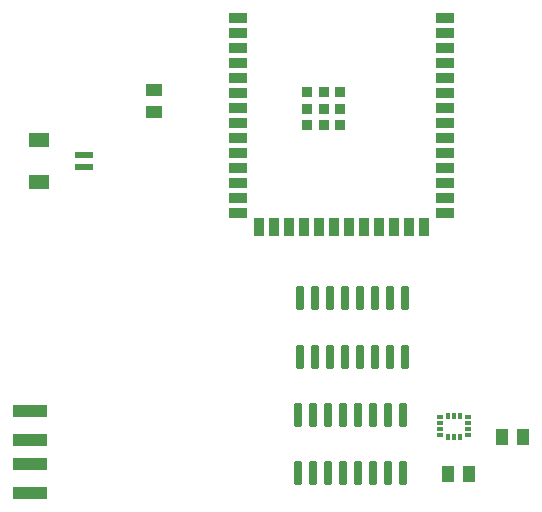
<source format=gtp>
G04 #@! TF.GenerationSoftware,KiCad,Pcbnew,7.0.10*
G04 #@! TF.CreationDate,2024-03-13T20:36:13-05:00*
G04 #@! TF.ProjectId,445_Left_Bicep,3434355f-4c65-4667-945f-42696365702e,rev?*
G04 #@! TF.SameCoordinates,Original*
G04 #@! TF.FileFunction,Paste,Top*
G04 #@! TF.FilePolarity,Positive*
%FSLAX46Y46*%
G04 Gerber Fmt 4.6, Leading zero omitted, Abs format (unit mm)*
G04 Created by KiCad (PCBNEW 7.0.10) date 2024-03-13 20:36:13*
%MOMM*%
%LPD*%
G01*
G04 APERTURE LIST*
G04 Aperture macros list*
%AMRoundRect*
0 Rectangle with rounded corners*
0 $1 Rounding radius*
0 $2 $3 $4 $5 $6 $7 $8 $9 X,Y pos of 4 corners*
0 Add a 4 corners polygon primitive as box body*
4,1,4,$2,$3,$4,$5,$6,$7,$8,$9,$2,$3,0*
0 Add four circle primitives for the rounded corners*
1,1,$1+$1,$2,$3*
1,1,$1+$1,$4,$5*
1,1,$1+$1,$6,$7*
1,1,$1+$1,$8,$9*
0 Add four rect primitives between the rounded corners*
20,1,$1+$1,$2,$3,$4,$5,0*
20,1,$1+$1,$4,$5,$6,$7,0*
20,1,$1+$1,$6,$7,$8,$9,0*
20,1,$1+$1,$8,$9,$2,$3,0*%
G04 Aperture macros list end*
%ADD10R,1.500000X0.900000*%
%ADD11R,0.900000X1.500000*%
%ADD12R,0.900000X0.900000*%
%ADD13R,1.550000X0.600000*%
%ADD14R,1.800000X1.200000*%
%ADD15RoundRect,0.042000X0.258000X-0.943000X0.258000X0.943000X-0.258000X0.943000X-0.258000X-0.943000X0*%
%ADD16R,2.880000X1.120000*%
%ADD17R,1.050000X1.380000*%
%ADD18R,0.600000X0.350000*%
%ADD19R,0.350000X0.600000*%
%ADD20R,1.380000X1.010000*%
G04 APERTURE END LIST*
D10*
X128156000Y-74750000D03*
X128156000Y-76020000D03*
X128156000Y-77290000D03*
X128156000Y-78560000D03*
X128156000Y-79830000D03*
X128156000Y-81100000D03*
X128156000Y-82370000D03*
X128156000Y-83640000D03*
X128156000Y-84910000D03*
X128156000Y-86180000D03*
X128156000Y-87450000D03*
X128156000Y-88720000D03*
X128156000Y-89990000D03*
X128156000Y-91260000D03*
D11*
X129921000Y-92510000D03*
X131191000Y-92510000D03*
X132461000Y-92510000D03*
X133731000Y-92510000D03*
X135001000Y-92510000D03*
X136271000Y-92510000D03*
X137541000Y-92510000D03*
X138811000Y-92510000D03*
X140081000Y-92510000D03*
X141351000Y-92510000D03*
X142621000Y-92510000D03*
X143891000Y-92510000D03*
D10*
X145656000Y-91260000D03*
X145656000Y-89990000D03*
X145656000Y-88720000D03*
X145656000Y-87450000D03*
X145656000Y-86180000D03*
X145656000Y-84910000D03*
X145656000Y-83640000D03*
X145656000Y-82370000D03*
X145656000Y-81100000D03*
X145656000Y-79830000D03*
X145656000Y-78560000D03*
X145656000Y-77290000D03*
X145656000Y-76020000D03*
X145656000Y-74750000D03*
D12*
X135406000Y-82470000D03*
X134006000Y-82470000D03*
X136806000Y-82470000D03*
X134006000Y-83870000D03*
X135406000Y-83870000D03*
X136806000Y-83870000D03*
X134006000Y-81070000D03*
X135406000Y-81070000D03*
X136806000Y-81070000D03*
D13*
X115132000Y-86368000D03*
X115132000Y-87368000D03*
D14*
X111257000Y-85068000D03*
X111257000Y-88668000D03*
D15*
X133350000Y-103440000D03*
X134620000Y-103440000D03*
X135890000Y-103440000D03*
X137160000Y-103440000D03*
X138430000Y-103440000D03*
X139700000Y-103440000D03*
X140970000Y-103440000D03*
X142240000Y-103440000D03*
X142240000Y-98490000D03*
X140970000Y-98490000D03*
X139700000Y-98490000D03*
X138430000Y-98490000D03*
X137160000Y-98490000D03*
X135890000Y-98490000D03*
X134620000Y-98490000D03*
X133350000Y-98490000D03*
D16*
X110514000Y-108006000D03*
X110514000Y-110506000D03*
X110514000Y-112506000D03*
X110514000Y-115006000D03*
D17*
X150494000Y-110236000D03*
X152274000Y-110236000D03*
D18*
X145271000Y-108597000D03*
X145271000Y-109097000D03*
X145271000Y-109597000D03*
X145271000Y-110097000D03*
D19*
X145931000Y-110257000D03*
X146431000Y-110257000D03*
X146931000Y-110257000D03*
D18*
X147591000Y-110097000D03*
X147591000Y-109597000D03*
X147591000Y-109097000D03*
X147591000Y-108597000D03*
D19*
X146931000Y-108437000D03*
X146431000Y-108437000D03*
X145931000Y-108437000D03*
D17*
X147702000Y-113411000D03*
X145922000Y-113411000D03*
D20*
X121031000Y-80838000D03*
X121031000Y-82738000D03*
D15*
X133223000Y-113295000D03*
X134493000Y-113295000D03*
X135763000Y-113295000D03*
X137033000Y-113295000D03*
X138303000Y-113295000D03*
X139573000Y-113295000D03*
X140843000Y-113295000D03*
X142113000Y-113295000D03*
X142113000Y-108345000D03*
X140843000Y-108345000D03*
X139573000Y-108345000D03*
X138303000Y-108345000D03*
X137033000Y-108345000D03*
X135763000Y-108345000D03*
X134493000Y-108345000D03*
X133223000Y-108345000D03*
M02*

</source>
